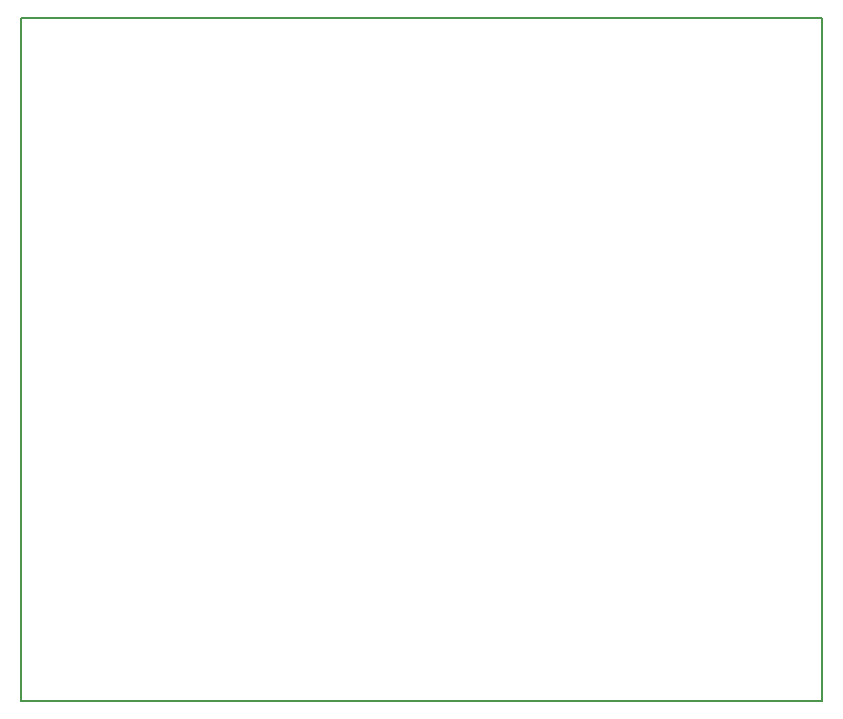
<source format=gm1>
G04 MADE WITH FRITZING*
G04 WWW.FRITZING.ORG*
G04 DOUBLE SIDED*
G04 HOLES PLATED*
G04 CONTOUR ON CENTER OF CONTOUR VECTOR*
%ASAXBY*%
%FSLAX23Y23*%
%MOIN*%
%OFA0B0*%
%SFA1.0B1.0*%
%ADD10R,2.677170X2.283460*%
%ADD11C,0.008000*%
%ADD10C,0.008*%
%LNCONTOUR*%
G90*
G70*
G54D10*
G54D11*
X4Y2279D02*
X2673Y2279D01*
X2673Y4D01*
X4Y4D01*
X4Y2279D01*
D02*
G04 End of contour*
M02*
</source>
